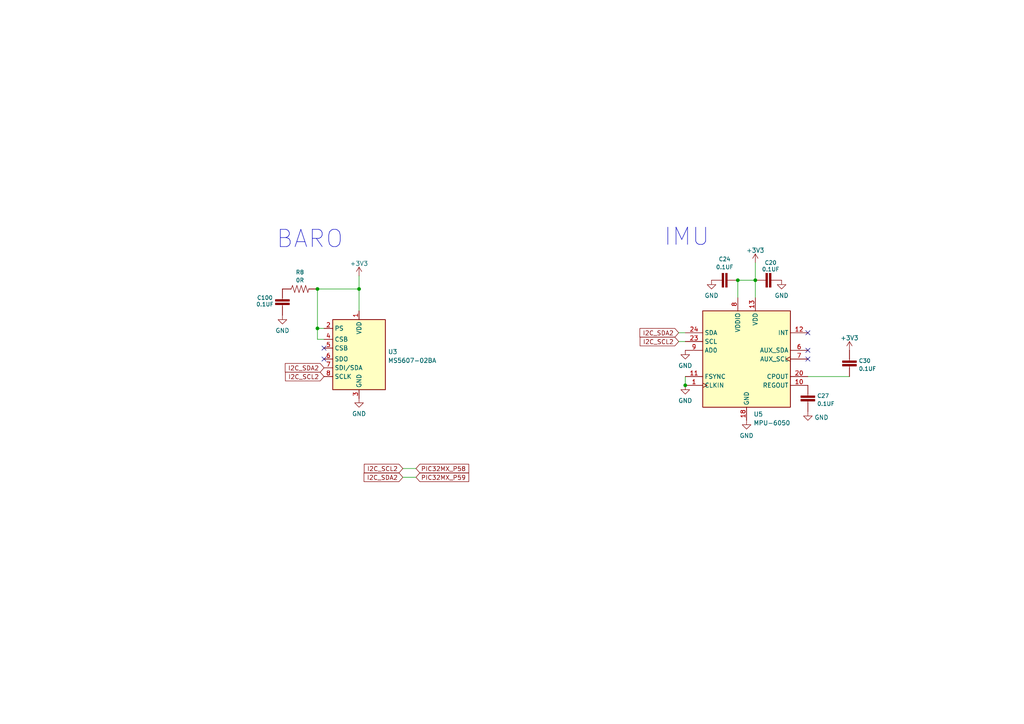
<source format=kicad_sch>
(kicad_sch (version 20230121) (generator eeschema)
  (paper "A4")
  (lib_symbols
    (symbol "Sensor_Motion:MPU-6050"
      (property "Reference" "U" (at -11.43 13.97 0))
      (property "Value" "MPU-6050" (at 7.62 -15.24 0))
      (symbol "MPU-6050_0_0"
        (text "" (at 12.7 -2.54 0) (effects (font (size 1.27 1.27))))
      )
      (symbol "MPU-6050_0_1"
        (rectangle (start -12.7 13.97) (end 12.7 -13.97) (stroke (width 0.254)) (fill (type background)))
      )
      (symbol "MPU-6050_1_1"
        (pin input clock (at -17.78 -7.62 0) (length 5.08) (name "CLKIN") (number "1"))
        (pin passive line (at 17.78 -7.62 180) (length 5.08) (name "REGOUT") (number "10"))
        (pin input line (at -17.78 -5.08 0) (length 5.08) (name "FSYNC") (number "11"))
        (pin output line (at 17.78 7.62 180) (length 5.08) (name "INT") (number "12"))
        (pin power_in line (at 2.54 17.78 270) (length 3.81) (name "VDD") (number "13"))
        (pin no_connect line (at -12.7 -10.16 0) (length 2.54) hide (name "NC") (number "14"))
        (pin no_connect line (at 12.7 12.7 180) (length 2.54) hide (name "NC") (number "15"))
        (pin no_connect line (at 12.7 10.16 180) (length 2.54) hide (name "NC") (number "16"))
        (pin no_connect line (at 12.7 5.08 180) (length 2.54) hide (name "NC") (number "17"))
        (pin power_in line (at 0 -17.78 90) (length 3.81) (name "GND") (number "18"))
        (pin no_connect line (at 12.7 -10.16 180) (length 2.54) hide (name "NC") (number "19"))
        (pin no_connect line (at -12.7 12.7 0) (length 2.54) hide (name "NC") (number "2"))
        (pin passive line (at 17.78 -5.08 180) (length 5.08) (name "CPOUT") (number "20"))
        (pin no_connect line (at 12.7 -2.54 180) (length 2.54) hide (name "NC") (number "21"))
        (pin no_connect line (at 12.7 -12.7 180) (length 2.54) hide (name "NC") (number "22"))
        (pin input line (at -17.78 5.08 0) (length 5.08) (name "SCL") (number "23"))
        (pin bidirectional line (at -17.78 7.62 0) (length 5.08) (name "SDA") (number "24"))
        (pin no_connect line (at -12.7 10.16 0) (length 2.54) hide (name "NC") (number "3"))
        (pin no_connect line (at -12.7 0 0) (length 2.54) hide (name "NC") (number "4"))
        (pin no_connect line (at -12.7 -2.54 0) (length 2.54) hide (name "NC") (number "5"))
        (pin bidirectional line (at 17.78 2.54 180) (length 5.08) (name "AUX_SDA") (number "6"))
        (pin output clock (at 17.78 0 180) (length 5.08) (name "AUX_SCL") (number "7"))
        (pin power_in line (at -2.54 17.78 270) (length 3.81) (name "VDDIO") (number "8"))
        (pin input line (at -17.78 2.54 0) (length 5.08) (name "AD0") (number "9"))
      )
    )
    (symbol "Sensor_Pressure:MS5607-02BA"
      (property "Reference" "U?" (at 8.382 0.8347 0))
      (property "Value" "MS5607-02BA" (at 8.382 -1.7022 0))
      (symbol "MS5607-02BA_0_1"
        (rectangle (start -7.62 7.62) (end 7.62 -12.7) (stroke (width 0.254)) (fill (type background)))
      )
      (symbol "MS5607-02BA_1_1"
        (pin power_in line (at 0 10.16 270) (length 2.54) (name "VDD") (number "1"))
        (pin input line (at -10.16 5.08 0) (length 2.54) (name "PS") (number "2"))
        (pin power_in line (at 0 -15.24 90) (length 2.54) (name "GND") (number "3"))
        (pin input line (at -10.16 1.905 0) (length 2.54) (name "CSB") (number "4"))
        (pin input line (at -10.16 -0.635 0) (length 2.54) (name "CSB") (number "5"))
        (pin output line (at -10.16 -3.81 0) (length 2.54) (name "SDO") (number "6"))
        (pin bidirectional line (at -10.16 -6.35 0) (length 2.54) (name "SDI/SDA") (number "7"))
        (pin input line (at -10.16 -8.89 0) (length 2.54) (name "SCLK") (number "8"))
      )
    )
    (symbol "SparkFun-Capacitors:0.1UF-0603-25V-5%" (pin_numbers hide) (pin_names (offset 1.016) hide)
      (property "Reference" "C" (at 1.524 2.921 0))
      (property "Value" "0.1UF-0603-25V-5%" (at 1.524 -2.159 0))
      (property "Field4" "CAP-08604" (at 0 7.62 0))
      (symbol "0.1UF-0603-25V-5%_1_0"
        (polyline (pts (xy 0 0) (xy 0 0.508)))
        (polyline (pts (xy 0 2.54) (xy 0 2.032)))
      )
      (symbol "0.1UF-0603-25V-5%_1_1"
        (rectangle (start -2.032 0.508) (end 2.032 1.016) (fill (type outline)))
        (rectangle (start -2.032 1.524) (end 2.032 2.032) (fill (type outline)))
        (pin passive line (at 0 5.08 270) (length 2.54) (name "1") (number "1"))
        (pin passive line (at 0 -2.54 90) (length 2.54) (name "2") (number "2"))
      )
    )
    (symbol "SparkFun-Capacitors:1.0UF-0402-16V-10%" (pin_numbers hide) (pin_names (offset 1.016) hide)
      (property "Reference" "C" (at 1.524 2.921 0))
      (property "Value" "1.0UF-0402-16V-10%" (at 1.524 -2.159 0))
      (property "Field4" "CAP-12417" (at 0 7.62 0))
      (symbol "1.0UF-0402-16V-10%_1_0"
        (polyline (pts (xy 0 0) (xy 0 0.508)))
        (polyline (pts (xy 0 2.54) (xy 0 2.032)))
      )
      (symbol "1.0UF-0402-16V-10%_1_1"
        (rectangle (start -2.032 0.508) (end 2.032 1.016) (fill (type outline)))
        (rectangle (start -2.032 1.524) (end 2.032 2.032) (fill (type outline)))
        (pin passive line (at 0 5.08 270) (length 2.54) (name "1") (number "1"))
        (pin passive line (at 0 -2.54 90) (length 2.54) (name "2") (number "2"))
      )
    )
    (symbol "SparkFun-Resistors:RESISTOR0402" (pin_numbers hide) (pin_names (offset 1.016) hide)
      (property "Reference" "R" (at -5.08 1.27 0))
      (property "Value" "RESISTOR0402" (at -5.08 -3.81 0))
      (property "Field4" " " (at 0 5.08 0))
      (symbol "RESISTOR0402_1_0"
        (polyline (pts (xy -2.54 0) (xy -2.159 1.016)))
        (polyline (pts (xy -2.159 1.016) (xy -1.524 -1.016)))
        (polyline (pts (xy -1.524 -1.016) (xy -0.889 1.016)))
        (polyline (pts (xy -0.889 1.016) (xy -0.254 -1.016)))
        (polyline (pts (xy -0.254 -1.016) (xy 0.381 1.016)))
        (polyline (pts (xy 0.381 1.016) (xy 1.016 -1.016)))
        (polyline (pts (xy 1.016 -1.016) (xy 1.651 1.016)))
        (polyline (pts (xy 1.651 1.016) (xy 2.286 -1.016)))
        (polyline (pts (xy 2.286 -1.016) (xy 2.54 0)))
      )
      (symbol "RESISTOR0402_1_1"
        (pin passive line (at -5.08 0 0) (length 2.54) (name "1") (number "1"))
        (pin passive line (at 5.08 0 180) (length 2.54) (name "2") (number "2"))
      )
    )
    (symbol "power:+3V3" (power) (pin_names (offset 0))
      (property "Value" "+3V3" (at 0 3.556 0))
      (symbol "+3V3_0_1"
        (polyline (pts (xy -0.762 1.27) (xy 0 2.54)))
        (polyline (pts (xy 0 0) (xy 0 2.54)))
        (polyline (pts (xy 0 2.54) (xy 0.762 1.27)))
      )
      (symbol "+3V3_1_1"
        (pin power_in line (at 0 0 90) (length 0) hide (name "+3V3") (number "1"))
      )
    )
    (symbol "power:GND" (power) (pin_names (offset 0))
      (property "Value" "GND" (at 0 -3.81 0))
      (symbol "GND_0_1"
        (polyline (pts (xy 0 0) (xy 0 -1.27) (xy 1.27 -1.27) (xy 0 -2.54) (xy -1.27 -1.27) (xy 0 -1.27)))
      )
      (symbol "GND_1_1"
        (pin power_in line (at 0 0 270) (length 0) hide (name "GND") (number "1"))
      )
    )
  )
  (junction (at 104.14 83.82))
  (junction (at 92.075 95.25))
  (junction (at 198.755 111.76))
  (junction (at 213.995 81.28))
  (junction (at 219.075 81.28))
  (junction (at 92.075 83.82))
  (no_connect (at 234.315 104.14))
  (no_connect (at 234.315 96.52))
  (no_connect (at 234.315 101.6))
  (no_connect (at 93.98 100.965))
  (no_connect (at 93.98 104.14))
  (wire (pts (xy 92.075 95.25) (xy 92.075 98.425)))
  (wire (pts (xy 196.85 99.06) (xy 198.755 99.06)))
  (wire (pts (xy 213.995 81.28) (xy 213.995 86.36)))
  (wire (pts (xy 246.38 109.22) (xy 234.315 109.22)))
  (wire (pts (xy 219.075 76.2) (xy 219.075 81.28)))
  (wire (pts (xy 198.755 109.22) (xy 198.755 111.76)))
  (wire (pts (xy 196.85 96.52) (xy 198.755 96.52)))
  (wire (pts (xy 219.075 81.28) (xy 219.075 86.36)))
  (wire (pts (xy 104.14 80.01) (xy 104.14 83.82)))
  (wire (pts (xy 92.075 83.82) (xy 92.075 95.25)))
  (wire (pts (xy 92.075 95.25) (xy 93.98 95.25)))
  (wire (pts (xy 116.84 135.89) (xy 120.65 135.89)))
  (wire (pts (xy 116.84 138.43) (xy 120.65 138.43)))
  (wire (pts (xy 213.995 81.28) (xy 219.075 81.28)))
  (wire (pts (xy 92.075 98.425) (xy 93.98 98.425)))
  (wire (pts (xy 104.14 83.82) (xy 104.14 90.17)))
  (wire (pts (xy 92.075 83.82) (xy 104.14 83.82)))
  (text "BARO" (at 80.01 72.39 0) (effects (font (size 5 5)) (justify left bottom)))
  (text "IMU" (at 192.405 71.755 0) (effects (font (size 5 5)) (justify left bottom)))
  (global_label "I2C_SDA2" (shape input) (at 196.85 96.52 180) (property "Intersheetrefs" "${INTERSHEET_REFS}" (effects hide)))
  (global_label "I2C_SDA2" (shape input) (at 116.84 138.43 180) (property "Intersheetrefs" "${INTERSHEET_REFS}" (effects hide)))
  (global_label "PIC32MX_P58" (shape input) (at 120.65 135.89 0) (property "Intersheetrefs" "${INTERSHEET_REFS}" (effects hide)))
  (global_label "I2C_SCL2" (shape input) (at 196.85 99.06 180) (property "Intersheetrefs" "${INTERSHEET_REFS}" (effects hide)))
  (global_label "I2C_SCL2" (shape input) (at 93.98 109.22 180) (property "Intersheetrefs" "${INTERSHEET_REFS}" (effects hide)))
  (global_label "I2C_SCL2" (shape input) (at 116.84 135.89 180) (property "Intersheetrefs" "${INTERSHEET_REFS}" (effects hide)))
  (global_label "PIC32MX_P59" (shape input) (at 120.65 138.43 0) (property "Intersheetrefs" "${INTERSHEET_REFS}" (effects hide)))
  (global_label "I2C_SDA2" (shape input) (at 93.98 106.68 180) (property "Intersheetrefs" "${INTERSHEET_REFS}" (effects hide)))
  (symbol (lib_id "power:GND") (at 81.915 91.44 0) (mirror y) (unit 1)
    (property "Reference" "#PWR0142" (effects hide))
    (property "Value" "GND" (at 81.915 95.8834 0))
  )
  (symbol (lib_id "power:+3V3") (at 104.14 80.01 0) (unit 1)
    (property "Reference" "#PWR0141" (effects hide))
    (property "Value" "+3V3" (at 104.14 76.4342 0))
  )
  (symbol (lib_id "SparkFun-Capacitors:1.0UF-0402-16V-10%") (at 246.38 104.14 180) (unit 1)
    (property "Reference" "C30" (at 249.047 104.6461 0) (effects (font (size 1.143 1.143)) (justify right)))
    (property "Value" "0.1UF" (at 249.047 106.9547 0) (effects (font (size 1.143 1.143)) (justify right)))
    (property "Footprint" "Capacitor_SMD:C_0402_1005Metric" (effects hide))
  )
  (symbol (lib_id "SparkFun-Resistors:RESISTOR0402") (at 86.995 83.82 0) (unit 1)
    (property "Reference" "R8" (at 86.995 78.9714 0) (effects (font (size 1.143 1.143))))
    (property "Value" "0R" (at 86.995 81.28 0) (effects (font (size 1.143 1.143))))
    (property "Footprint" "Resistor_SMD:R_0402_1005Metric" (effects hide))
    (property "Field4" " " (at 86.36 83.296 0) (effects (font (size 1.524 1.524))))
  )
  (symbol (lib_id "Sensor_Motion:MPU-6050") (at 216.535 104.14 0) (unit 1)
    (property "Reference" "U5" (at 218.5544 120.1404 0) (effects (justify left)))
    (property "Value" "MPU-6050" (at 218.5544 122.6773 0) (effects (justify left)))
    (property "Footprint" "Sensor_Motion:InvenSense_QFN-24_4x4mm_P0.5mm" (effects hide))
    (property "Datasheet" "https://store.invensense.com/datasheets/invensense/MPU-6050_DataSheet_V3%204.pdf" (effects hide))
  )
  (symbol (lib_id "SparkFun-Capacitors:1.0UF-0402-16V-10%") (at 211.455 81.28 90) (unit 1)
    (property "Reference" "C24" (at 210.185 75.1614 90) (effects (font (size 1.143 1.143))))
    (property "Value" "0.1UF" (at 210.185 77.47 90) (effects (font (size 1.143 1.143))))
    (property "Footprint" "Capacitor_SMD:C_0402_1005Metric" (effects hide))
  )
  (symbol (lib_id "SparkFun-Capacitors:0.1UF-0603-25V-5%") (at 224.155 81.28 90) (unit 1)
    (property "Reference" "C20" (at 223.52 76.2 90) (effects (font (size 1.143 1.143))))
    (property "Value" "0.1UF" (at 223.52 78.105 90) (effects (font (size 1.143 1.143))))
    (property "Footprint" "Capacitor_SMD:C_0402_1005Metric" (effects hide))
  )
  (symbol (lib_id "power:GND") (at 198.755 101.6 0) (unit 1)
    (property "Reference" "#PWR0137" (effects hide))
    (property "Value" "GND" (at 198.755 106.0434 0))
  )
  (symbol (lib_id "power:GND") (at 216.535 121.92 0) (unit 1)
    (property "Reference" "#PWR0139" (effects hide))
    (property "Value" "GND" (at 216.535 126.3634 0))
  )
  (symbol (lib_id "power:GND") (at 206.375 81.28 0) (unit 1)
    (property "Reference" "#PWR0133" (effects hide))
    (property "Value" "GND" (at 206.375 85.7234 0))
  )
  (symbol (lib_id "power:GND") (at 104.14 115.57 0) (unit 1)
    (property "Reference" "#PWR0143" (effects hide))
    (property "Value" "GND" (at 104.14 120.0134 0))
  )
  (symbol (lib_id "power:GND") (at 234.315 119.38 0) (unit 1)
    (property "Reference" "#PWR0140" (effects hide))
    (property "Value" "GND" (at 236.22 121.0838 0) (effects (justify left)))
  )
  (symbol (lib_id "power:+3V3") (at 246.38 101.6 0) (unit 1)
    (property "Reference" "#PWR0134" (effects hide))
    (property "Value" "+3V3" (at 246.38 98.0242 0))
  )
  (symbol (lib_id "power:GND") (at 198.755 111.76 0) (unit 1)
    (property "Reference" "#PWR0138" (effects hide))
    (property "Value" "GND" (at 198.755 116.2034 0))
  )
  (symbol (lib_id "power:+3V3") (at 219.075 76.2 0) (unit 1)
    (property "Reference" "#PWR0135" (effects hide))
    (property "Value" "+3V3" (at 219.075 72.6242 0))
  )
  (symbol (lib_id "SparkFun-Capacitors:0.1UF-0603-25V-5%") (at 81.915 88.9 0) (mirror y) (unit 1)
    (property "Reference" "C100" (at 76.835 86.36 0) (effects (font (size 1.143 1.143))))
    (property "Value" "0.1UF" (at 76.835 88.265 0) (effects (font (size 1.143 1.143))))
    (property "Footprint" "Capacitor_SMD:C_0402_1005Metric" (effects hide))
  )
  (symbol (lib_id "power:GND") (at 226.695 81.28 0) (unit 1)
    (property "Reference" "#PWR0136" (effects hide))
    (property "Value" "GND" (at 226.695 85.7234 0))
  )
  (symbol (lib_id "Sensor_Pressure:MS5607-02BA") (at 104.14 100.33 0) (unit 1)
    (property "Reference" "U3" (at 112.522 102.0353 0) (effects (justify left)))
    (property "Value" "MS5607-02BA" (at 112.522 104.5722 0) (effects (justify left)))
    (property "Footprint" "Package_LGA:LGA-8_3x5mm_P1.25mm" (effects hide))
    (property "Datasheet" "https://www.te.com/commerce/DocumentDelivery/DDEController?Action=showdoc&DocId=Data+Sheet%7FMS5607-02BA03%7FB2%7Fpdf%7FEnglish%7FENG_DS_MS5607-02BA03_B2.pdf%7FCAT-BLPS0035" (effects hide))
  )
  (symbol (lib_id "SparkFun-Capacitors:1.0UF-0402-16V-10%") (at 234.315 116.84 0) (unit 1)
    (property "Reference" "C27" (at 236.982 114.8061 0) (effects (font (size 1.143 1.143)) (justify left)))
    (property "Value" "0.1UF" (at 236.982 117.1147 0) (effects (font (size 1.143 1.143)) (justify left)))
    (property "Footprint" "Capacitor_SMD:C_0402_1005Metric" (effects hide))
  )
)
</source>
